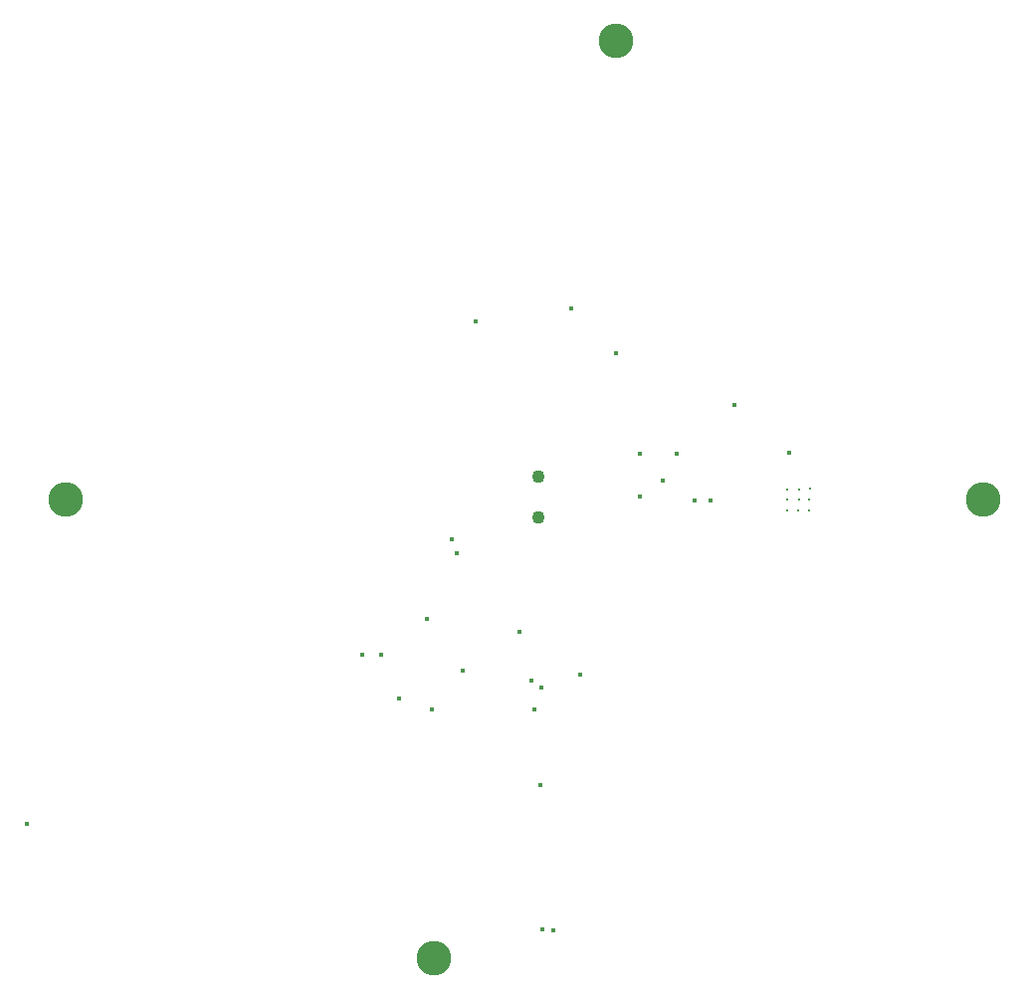
<source format=gbr>
%TF.GenerationSoftware,KiCad,Pcbnew,(6.0.9)*%
%TF.CreationDate,2023-01-30T21:02:41-08:00*%
%TF.ProjectId,solar-panel-side-Z,736f6c61-722d-4706-916e-656c2d736964,2.0*%
%TF.SameCoordinates,Original*%
%TF.FileFunction,Plated,1,4,PTH,Drill*%
%TF.FilePolarity,Positive*%
%FSLAX46Y46*%
G04 Gerber Fmt 4.6, Leading zero omitted, Abs format (unit mm)*
G04 Created by KiCad (PCBNEW (6.0.9)) date 2023-01-30 21:02:41*
%MOMM*%
%LPD*%
G01*
G04 APERTURE LIST*
%TA.AperFunction,ViaDrill*%
%ADD10C,0.300000*%
%TD*%
%TA.AperFunction,ViaDrill*%
%ADD11C,0.400000*%
%TD*%
%TA.AperFunction,ComponentDrill*%
%ADD12C,1.100000*%
%TD*%
%TA.AperFunction,ComponentDrill*%
%ADD13C,2.950000*%
%TD*%
G04 APERTURE END LIST*
D10*
X171840000Y-84130000D03*
X171845000Y-85955000D03*
X171850000Y-85030000D03*
X172770000Y-85950000D03*
X172830000Y-85030000D03*
X172860000Y-84120000D03*
X173690000Y-85950000D03*
X173710000Y-85030000D03*
X173760000Y-84100000D03*
D11*
X107150000Y-112590000D03*
X135670000Y-98200000D03*
X137270000Y-98240000D03*
X138815000Y-101955000D03*
X141210000Y-95190000D03*
X141590000Y-102830000D03*
X143340000Y-88410000D03*
X143775000Y-89605000D03*
X144270000Y-99550000D03*
X145330000Y-69850000D03*
X149060000Y-96220000D03*
X150070000Y-100390000D03*
X150340000Y-102880000D03*
X150850000Y-109290000D03*
X150940000Y-100960000D03*
X151020000Y-121610000D03*
X151910000Y-121620000D03*
X153500000Y-68760000D03*
X154250000Y-99940000D03*
X157310000Y-72510000D03*
X159299922Y-84780000D03*
X159309922Y-81070000D03*
X161239922Y-83380000D03*
X162404922Y-81085000D03*
X164009922Y-85100000D03*
X165349922Y-85060000D03*
X167400000Y-76940000D03*
X171980000Y-81020000D03*
D12*
%TO.C,J2*%
X150689922Y-83020000D03*
X150689922Y-86520000D03*
D13*
%TO.C,J3*%
X110500000Y-85000000D03*
%TO.C,J4*%
X141750000Y-124000000D03*
%TO.C,J5*%
X157250000Y-46000000D03*
%TO.C,J6*%
X188500000Y-85000000D03*
M02*

</source>
